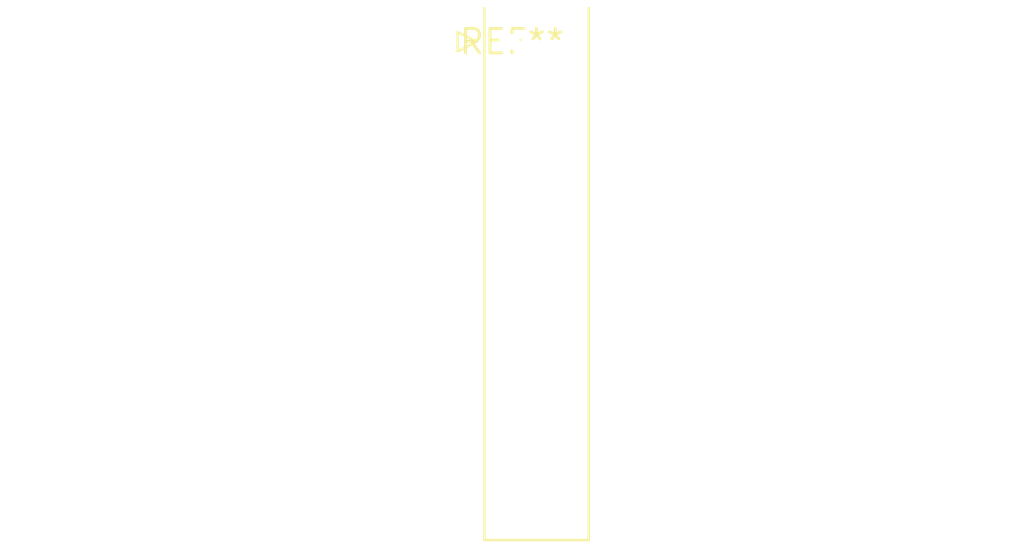
<source format=kicad_pcb>
(kicad_pcb (version 20240108) (generator pcbnew)
  (layers (0 "F.Cu" signal) (31 "B.Cu" signal) (34 "B.Paste" user) (35 "F.Paste" user) (36 "B.SilkS" user "B.Silkscreen") (37 "F.SilkS" user "F.Silkscreen") (38 "B.Mask" user) (39 "F.Mask" user) (44 "Edge.Cuts" user))
  (net 0 "")
  (footprint "TE_Micro-MaTch_2-215079-0_2x10_P1.27mm_Vertical" (layer "F.Cu") (at 0 0)
    (property "Reference" "REF**")
    (property "Value" "TE_Micro-MaTch_2-215079-0_2x10_P1.27mm_Vertical")
    (fp_line (start -2.83 -0.5) (end -1.83 0) (layer "F.SilkS") (stroke (width 0.12)))
    (fp_line (start -2.83 0.5) (end -2.83 -0.5) (layer "F.SilkS") (stroke (width 0.12)))
    (fp_line (start -1.83 0) (end -2.83 0.5) (layer "F.SilkS") (stroke (width 0.12)))
    (fp_line (start -1.44 -1.745) (end -1.44 25.875) (layer "F.SilkS") (stroke (width 0.12)))
    (fp_line (start -1.44 25.875) (end 3.98 25.875) (layer "F.SilkS") (stroke (width 0.12)))
    (fp_line (start 3.98 25.875) (end 3.98 -1.745) (layer "F.SilkS") (stroke (width 0.12)))
    (pad "" np_thru_hole circle (at 1.8 -1.4) (size 1.5 1.5) (drill 1.5) (layers *.Cu *.Mask))
    (pad "1" thru_hole rect (at 0 0) (size 1.3 1.3) (drill 0.8) (layers *.Cu *.Mask) (remove_unused_layers))
    (pad "2" thru_hole circle (at 2.54 1.27) (size 1.3 1.3) (drill 0.8) (layers *.Cu *.Mask) (remove_unused_layers))
    (pad "3" thru_hole circle (at 0 2.54) (size 1.3 1.3) (drill 0.8) (layers *.Cu *.Mask) (remove_unused_layers))
    (pad "4" thru_hole circle (at 2.54 3.81) (size 1.3 1.3) (drill 0.8) (layers *.Cu *.Mask) (remove_unused_layers))
    (pad "5" thru_hole circle (at 0 5.08) (size 1.3 1.3) (drill 0.8) (layers *.Cu *.Mask) (remove_unused_layers))
    (pad "6" thru_hole circle (at 2.54 6.35) (size 1.3 1.3) (drill 0.8) (layers *.Cu *.Mask) (remove_unused_layers))
    (pad "7" thru_hole circle (at 0 7.62) (size 1.3 1.3) (drill 0.8) (layers *.Cu *.Mask) (remove_unused_layers))
    (pad "8" thru_hole circle (at 2.54 8.89) (size 1.3 1.3) (drill 0.8) (layers *.Cu *.Mask) (remove_unused_layers))
    (pad "9" thru_hole circle (at 0 10.16) (size 1.3 1.3) (drill 0.8) (layers *.Cu *.Mask) (remove_unused_layers))
    (pad "10" thru_hole circle (at 2.54 11.43) (size 1.3 1.3) (drill 0.8) (layers *.Cu *.Mask) (remove_unused_layers))
    (pad "11" thru_hole circle (at 0 12.7) (size 1.3 1.3) (drill 0.8) (layers *.Cu *.Mask) (remove_unused_layers))
    (pad "12" thru_hole circle (at 2.54 13.97) (size 1.3 1.3) (drill 0.8) (layers *.Cu *.Mask) (remove_unused_layers))
    (pad "13" thru_hole circle (at 0 15.24) (size 1.3 1.3) (drill 0.8) (layers *.Cu *.Mask) (remove_unused_layers))
    (pad "14" thru_hole circle (at 2.54 16.51) (size 1.3 1.3) (drill 0.8) (layers *.Cu *.Mask) (remove_unused_layers))
    (pad "15" thru_hole circle (at 0 17.78) (size 1.3 1.3) (drill 0.8) (layers *.Cu *.Mask) (remove_unused_layers))
    (pad "16" thru_hole circle (at 2.54 19.05) (size 1.3 1.3) (drill 0.8) (layers *.Cu *.Mask) (remove_unused_layers))
    (pad "17" thru_hole circle (at 0 20.32) (size 1.3 1.3) (drill 0.8) (layers *.Cu *.Mask) (remove_unused_layers))
    (pad "18" thru_hole circle (at 2.54 21.59) (size 1.3 1.3) (drill 0.8) (layers *.Cu *.Mask) (remove_unused_layers))
    (pad "19" thru_hole circle (at 0 22.86) (size 1.3 1.3) (drill 0.8) (layers *.Cu *.Mask) (remove_unused_layers))
    (pad "20" thru_hole circle (at 2.54 24.13) (size 1.3 1.3) (drill 0.8) (layers *.Cu *.Mask) (remove_unused_layers))
  )
)
</source>
